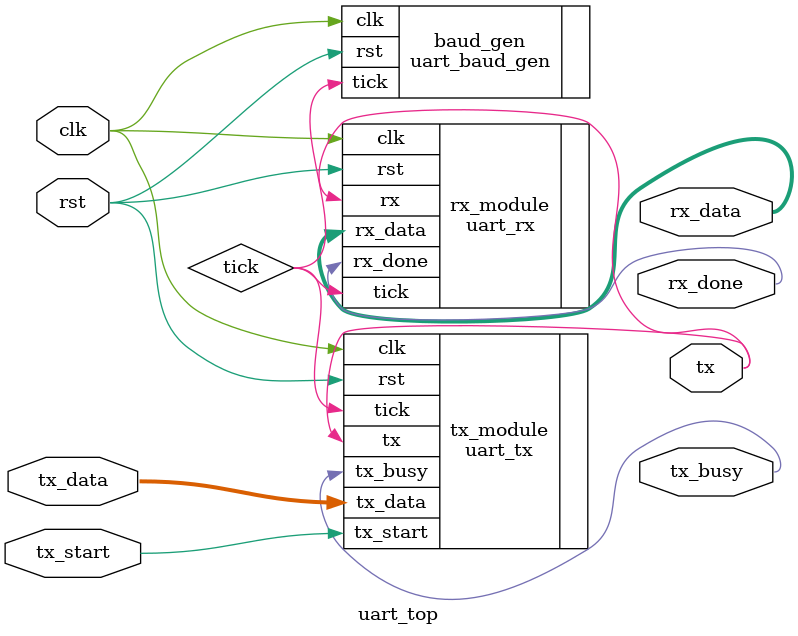
<source format=v>
module uart_top #(parameter CLOCK_FREQ = 50000000, BAUD_RATE = 9600)(
    input clk,
    input rst,
    input tx_start,
    input [7:0] tx_data,
    output tx,
    output tx_busy,
    output [7:0] rx_data,
    output rx_done
);

    wire tick;

    uart_baud_gen #(CLOCK_FREQ, BAUD_RATE) baud_gen (
        .clk(clk),
        .rst(rst),
        .tick(tick)
    );

    uart_tx tx_module (
        .clk(clk),
        .rst(rst),
        .tx_data(tx_data),
        .tx_start(tx_start),
        .tick(tick),
        .tx(tx),
        .tx_busy(tx_busy)
    );

    uart_rx rx_module (
        .clk(clk),
        .rst(rst),
        .rx(tx),
        .tick(tick),
        .rx_data(rx_data),
        .rx_done(rx_done)
    );

endmodule

</source>
